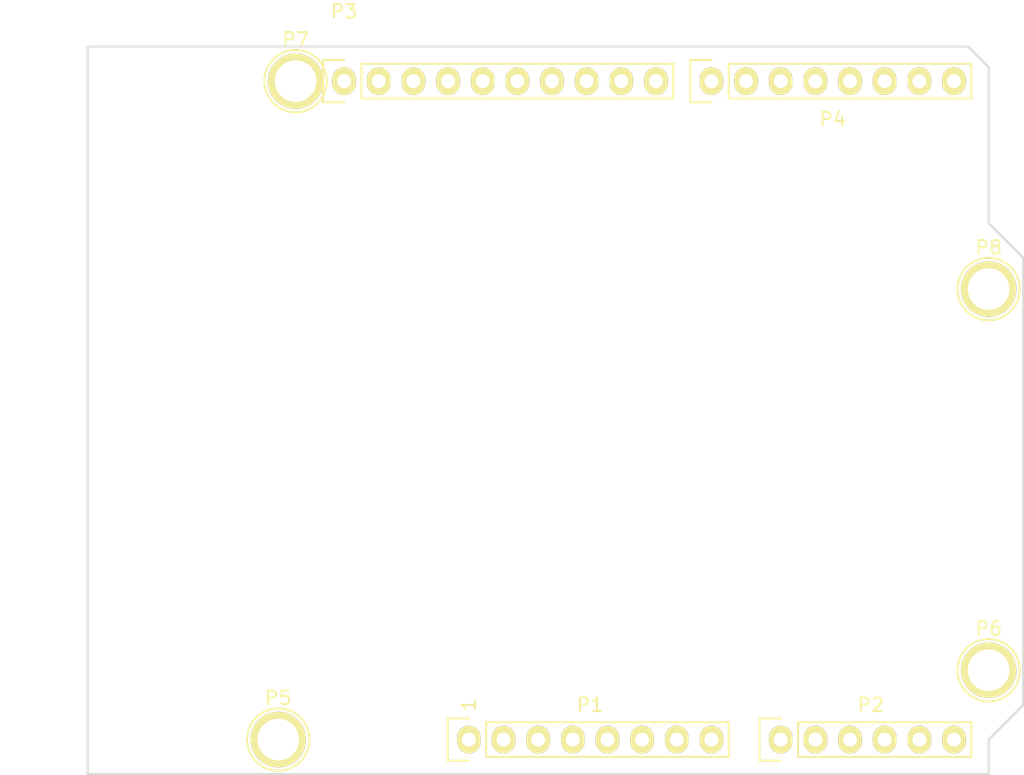
<source format=kicad_pcb>
(kicad_pcb (version 4) (host pcbnew 4.0.1-3.201512221402+6198~38~ubuntu14.04.1-stable)

  (general
    (links 4)
    (no_connects 4)
    (area 104.572999 69.286 180.295572 127.648)
    (thickness 1.6)
    (drawings 27)
    (tracks 0)
    (zones 0)
    (modules 8)
    (nets 33)
  )

  (page A4)
  (title_block
    (company "Released under the CERN Open Hardware License v1.2")
    (comment 1 jeh.wicker@gmail.com)
    (comment 2 "Jenner Hanni")
    (comment 3 "Wickerbox Electronics")
  )

  (layers
    (0 F.Cu signal)
    (31 B.Cu signal)
    (34 B.Paste user)
    (35 F.Paste user)
    (36 B.SilkS user)
    (37 F.SilkS user)
    (38 B.Mask user)
    (39 F.Mask user)
    (44 Edge.Cuts user)
  )

  (setup
    (last_trace_width 0.254)
    (user_trace_width 0.1524)
    (user_trace_width 0.254)
    (user_trace_width 0.3302)
    (user_trace_width 0.508)
    (user_trace_width 0.762)
    (user_trace_width 1.27)
    (trace_clearance 0.254)
    (zone_clearance 0.508)
    (zone_45_only no)
    (trace_min 0.1524)
    (segment_width 0.2)
    (edge_width 0.15)
    (via_size 0.6858)
    (via_drill 0.3302)
    (via_min_size 0.6858)
    (via_min_drill 0.3302)
    (user_via 0.6858 0.3302)
    (user_via 0.762 0.4064)
    (user_via 0.8636 0.508)
    (uvia_size 0.6858)
    (uvia_drill 0.3302)
    (uvias_allowed no)
    (uvia_min_size 0)
    (uvia_min_drill 0)
    (pcb_text_width 0.3)
    (pcb_text_size 1.5 1.5)
    (mod_edge_width 0.15)
    (mod_text_size 1 1)
    (mod_text_width 0.15)
    (pad_size 1.524 1.524)
    (pad_drill 0.762)
    (pad_to_mask_clearance 0.2)
    (aux_axis_origin 0 0)
    (visible_elements FFFCDF7D)
    (pcbplotparams
      (layerselection 0x00030_80000001)
      (usegerberextensions false)
      (excludeedgelayer true)
      (linewidth 0.100000)
      (plotframeref false)
      (viasonmask false)
      (mode 1)
      (useauxorigin false)
      (hpglpennumber 1)
      (hpglpenspeed 20)
      (hpglpendiameter 15)
      (hpglpenoverlay 2)
      (psnegative false)
      (psa4output false)
      (plotreference true)
      (plotvalue true)
      (plotinvisibletext false)
      (padsonsilk false)
      (subtractmaskfromsilk false)
      (outputformat 1)
      (mirror false)
      (drillshape 1)
      (scaleselection 1)
      (outputdirectory ""))
  )

  (net 0 "")
  (net 1 /IOREF)
  (net 2 /Reset)
  (net 3 +5V)
  (net 4 GND)
  (net 5 /Vin)
  (net 6 /A0)
  (net 7 /A1)
  (net 8 /A2)
  (net 9 /A3)
  (net 10 /AREF)
  (net 11 "/A4(SDA)")
  (net 12 "/A5(SCL)")
  (net 13 "/9(**)")
  (net 14 /8)
  (net 15 /7)
  (net 16 "/6(**)")
  (net 17 "/5(**)")
  (net 18 /4)
  (net 19 "/3(**)")
  (net 20 /2)
  (net 21 "/1(Tx)")
  (net 22 "/0(Rx)")
  (net 23 "Net-(P5-Pad1)")
  (net 24 "Net-(P6-Pad1)")
  (net 25 "Net-(P7-Pad1)")
  (net 26 "Net-(P8-Pad1)")
  (net 27 "/13(SCK)")
  (net 28 "/10(**/SS)")
  (net 29 "Net-(P1-Pad1)")
  (net 30 +3V3)
  (net 31 "/12(MISO)")
  (net 32 "/11(**/MOSI)")

  (net_class Default "This is the default net class."
    (clearance 0.254)
    (trace_width 0.254)
    (via_dia 0.6858)
    (via_drill 0.3302)
    (uvia_dia 0.6858)
    (uvia_drill 0.3302)
    (add_net +3V3)
    (add_net +5V)
    (add_net "/0(Rx)")
    (add_net "/1(Tx)")
    (add_net "/10(**/SS)")
    (add_net "/11(**/MOSI)")
    (add_net "/12(MISO)")
    (add_net "/13(SCK)")
    (add_net /2)
    (add_net "/3(**)")
    (add_net /4)
    (add_net "/5(**)")
    (add_net "/6(**)")
    (add_net /7)
    (add_net /8)
    (add_net "/9(**)")
    (add_net /A0)
    (add_net /A1)
    (add_net /A2)
    (add_net /A3)
    (add_net "/A4(SDA)")
    (add_net "/A5(SCL)")
    (add_net /AREF)
    (add_net /IOREF)
    (add_net /Reset)
    (add_net /Vin)
    (add_net GND)
    (add_net "Net-(P1-Pad1)")
    (add_net "Net-(P5-Pad1)")
    (add_net "Net-(P6-Pad1)")
    (add_net "Net-(P7-Pad1)")
    (add_net "Net-(P8-Pad1)")
  )

  (module Socket_Arduino_Uno:Socket_Strip_Arduino_1x10 locked (layer F.Cu) (tedit 551AF8D9) (tstamp 551AFA18)
    (at 129.794 75.565)
    (descr "Through hole socket strip")
    (tags "socket strip")
    (path /56B17C0C)
    (fp_text reference P3 (at 0 -5.1) (layer F.SilkS)
      (effects (font (size 1 1) (thickness 0.15)))
    )
    (fp_text value DIGITAL (at 0 -3.1) (layer F.Fab)
      (effects (font (size 1 1) (thickness 0.15)))
    )
    (fp_line (start -1.75 -1.75) (end -1.75 1.75) (layer F.CrtYd) (width 0.05))
    (fp_line (start 24.65 -1.75) (end 24.65 1.75) (layer F.CrtYd) (width 0.05))
    (fp_line (start -1.75 -1.75) (end 24.65 -1.75) (layer F.CrtYd) (width 0.05))
    (fp_line (start -1.75 1.75) (end 24.65 1.75) (layer F.CrtYd) (width 0.05))
    (fp_line (start 1.27 1.27) (end 24.13 1.27) (layer F.SilkS) (width 0.15))
    (fp_line (start 24.13 1.27) (end 24.13 -1.27) (layer F.SilkS) (width 0.15))
    (fp_line (start 24.13 -1.27) (end 1.27 -1.27) (layer F.SilkS) (width 0.15))
    (fp_line (start -1.55 1.55) (end 0 1.55) (layer F.SilkS) (width 0.15))
    (fp_line (start 1.27 1.27) (end 1.27 -1.27) (layer F.SilkS) (width 0.15))
    (fp_line (start 0 -1.55) (end -1.55 -1.55) (layer F.SilkS) (width 0.15))
    (fp_line (start -1.55 -1.55) (end -1.55 1.55) (layer F.SilkS) (width 0.15))
    (pad 1 thru_hole oval (at 0 0) (size 1.7272 2.032) (drill 1.016) (layers *.Cu *.Mask F.SilkS)
      (net 12 "/A5(SCL)"))
    (pad 2 thru_hole oval (at 2.54 0) (size 1.7272 2.032) (drill 1.016) (layers *.Cu *.Mask F.SilkS)
      (net 11 "/A4(SDA)"))
    (pad 3 thru_hole oval (at 5.08 0) (size 1.7272 2.032) (drill 1.016) (layers *.Cu *.Mask F.SilkS)
      (net 10 /AREF))
    (pad 4 thru_hole oval (at 7.62 0) (size 1.7272 2.032) (drill 1.016) (layers *.Cu *.Mask F.SilkS)
      (net 4 GND))
    (pad 5 thru_hole oval (at 10.16 0) (size 1.7272 2.032) (drill 1.016) (layers *.Cu *.Mask F.SilkS)
      (net 27 "/13(SCK)"))
    (pad 6 thru_hole oval (at 12.7 0) (size 1.7272 2.032) (drill 1.016) (layers *.Cu *.Mask F.SilkS)
      (net 31 "/12(MISO)"))
    (pad 7 thru_hole oval (at 15.24 0) (size 1.7272 2.032) (drill 1.016) (layers *.Cu *.Mask F.SilkS)
      (net 32 "/11(**/MOSI)"))
    (pad 8 thru_hole oval (at 17.78 0) (size 1.7272 2.032) (drill 1.016) (layers *.Cu *.Mask F.SilkS)
      (net 28 "/10(**/SS)"))
    (pad 9 thru_hole oval (at 20.32 0) (size 1.7272 2.032) (drill 1.016) (layers *.Cu *.Mask F.SilkS)
      (net 13 "/9(**)"))
    (pad 10 thru_hole oval (at 22.86 0) (size 1.7272 2.032) (drill 1.016) (layers *.Cu *.Mask F.SilkS)
      (net 14 /8))
    (model ${KIPRJMOD}/Socket_Arduino_Uno.3dshapes/Socket_header_Arduino_1x10.wrl
      (at (xyz 0.45 0 0))
      (scale (xyz 1 1 1))
      (rotate (xyz 0 0 180))
    )
  )

  (module Socket_Arduino_Uno:Socket_Strip_Arduino_1x08 locked (layer F.Cu) (tedit 552168D2) (tstamp 551AF9EA)
    (at 138.938 123.825)
    (descr "Through hole socket strip")
    (tags "socket strip")
    (path /56B17B51)
    (fp_text reference P1 (at 8.89 -2.54) (layer F.SilkS)
      (effects (font (size 1 1) (thickness 0.15)))
    )
    (fp_text value POWER (at 8.89 -4.064) (layer F.Fab)
      (effects (font (size 1 1) (thickness 0.15)))
    )
    (fp_line (start -1.75 -1.75) (end -1.75 1.75) (layer F.CrtYd) (width 0.05))
    (fp_line (start 19.55 -1.75) (end 19.55 1.75) (layer F.CrtYd) (width 0.05))
    (fp_line (start -1.75 -1.75) (end 19.55 -1.75) (layer F.CrtYd) (width 0.05))
    (fp_line (start -1.75 1.75) (end 19.55 1.75) (layer F.CrtYd) (width 0.05))
    (fp_line (start 1.27 1.27) (end 19.05 1.27) (layer F.SilkS) (width 0.15))
    (fp_line (start 19.05 1.27) (end 19.05 -1.27) (layer F.SilkS) (width 0.15))
    (fp_line (start 19.05 -1.27) (end 1.27 -1.27) (layer F.SilkS) (width 0.15))
    (fp_line (start -1.55 1.55) (end 0 1.55) (layer F.SilkS) (width 0.15))
    (fp_line (start 1.27 1.27) (end 1.27 -1.27) (layer F.SilkS) (width 0.15))
    (fp_line (start 0 -1.55) (end -1.55 -1.55) (layer F.SilkS) (width 0.15))
    (fp_line (start -1.55 -1.55) (end -1.55 1.55) (layer F.SilkS) (width 0.15))
    (pad 1 thru_hole oval (at 0 0) (size 1.7272 2.032) (drill 1.016) (layers *.Cu *.Mask F.SilkS)
      (net 29 "Net-(P1-Pad1)"))
    (pad 2 thru_hole oval (at 2.54 0) (size 1.7272 2.032) (drill 1.016) (layers *.Cu *.Mask F.SilkS)
      (net 1 /IOREF))
    (pad 3 thru_hole oval (at 5.08 0) (size 1.7272 2.032) (drill 1.016) (layers *.Cu *.Mask F.SilkS)
      (net 2 /Reset))
    (pad 4 thru_hole oval (at 7.62 0) (size 1.7272 2.032) (drill 1.016) (layers *.Cu *.Mask F.SilkS)
      (net 30 +3V3))
    (pad 5 thru_hole oval (at 10.16 0) (size 1.7272 2.032) (drill 1.016) (layers *.Cu *.Mask F.SilkS)
      (net 3 +5V))
    (pad 6 thru_hole oval (at 12.7 0) (size 1.7272 2.032) (drill 1.016) (layers *.Cu *.Mask F.SilkS)
      (net 4 GND))
    (pad 7 thru_hole oval (at 15.24 0) (size 1.7272 2.032) (drill 1.016) (layers *.Cu *.Mask F.SilkS)
      (net 4 GND))
    (pad 8 thru_hole oval (at 17.78 0) (size 1.7272 2.032) (drill 1.016) (layers *.Cu *.Mask F.SilkS)
      (net 5 /Vin))
    (model ${KIPRJMOD}/Socket_Arduino_Uno.3dshapes/Socket_header_Arduino_1x08.wrl
      (at (xyz 0.35 0 0))
      (scale (xyz 1 1 1))
      (rotate (xyz 0 0 180))
    )
  )

  (module Socket_Arduino_Uno:Socket_Strip_Arduino_1x06 locked (layer F.Cu) (tedit 552168D6) (tstamp 551AF9FF)
    (at 161.798 123.825)
    (descr "Through hole socket strip")
    (tags "socket strip")
    (path /56B180EE)
    (fp_text reference P2 (at 6.604 -2.54) (layer F.SilkS)
      (effects (font (size 1 1) (thickness 0.15)))
    )
    (fp_text value ANALOG (at 6.604 -4.064) (layer F.Fab)
      (effects (font (size 1 1) (thickness 0.15)))
    )
    (fp_line (start -1.75 -1.75) (end -1.75 1.75) (layer F.CrtYd) (width 0.05))
    (fp_line (start 14.45 -1.75) (end 14.45 1.75) (layer F.CrtYd) (width 0.05))
    (fp_line (start -1.75 -1.75) (end 14.45 -1.75) (layer F.CrtYd) (width 0.05))
    (fp_line (start -1.75 1.75) (end 14.45 1.75) (layer F.CrtYd) (width 0.05))
    (fp_line (start 1.27 1.27) (end 13.97 1.27) (layer F.SilkS) (width 0.15))
    (fp_line (start 13.97 1.27) (end 13.97 -1.27) (layer F.SilkS) (width 0.15))
    (fp_line (start 13.97 -1.27) (end 1.27 -1.27) (layer F.SilkS) (width 0.15))
    (fp_line (start -1.55 1.55) (end 0 1.55) (layer F.SilkS) (width 0.15))
    (fp_line (start 1.27 1.27) (end 1.27 -1.27) (layer F.SilkS) (width 0.15))
    (fp_line (start 0 -1.55) (end -1.55 -1.55) (layer F.SilkS) (width 0.15))
    (fp_line (start -1.55 -1.55) (end -1.55 1.55) (layer F.SilkS) (width 0.15))
    (pad 1 thru_hole oval (at 0 0) (size 1.7272 2.032) (drill 1.016) (layers *.Cu *.Mask F.SilkS)
      (net 6 /A0))
    (pad 2 thru_hole oval (at 2.54 0) (size 1.7272 2.032) (drill 1.016) (layers *.Cu *.Mask F.SilkS)
      (net 7 /A1))
    (pad 3 thru_hole oval (at 5.08 0) (size 1.7272 2.032) (drill 1.016) (layers *.Cu *.Mask F.SilkS)
      (net 8 /A2))
    (pad 4 thru_hole oval (at 7.62 0) (size 1.7272 2.032) (drill 1.016) (layers *.Cu *.Mask F.SilkS)
      (net 9 /A3))
    (pad 5 thru_hole oval (at 10.16 0) (size 1.7272 2.032) (drill 1.016) (layers *.Cu *.Mask F.SilkS)
      (net 11 "/A4(SDA)"))
    (pad 6 thru_hole oval (at 12.7 0) (size 1.7272 2.032) (drill 1.016) (layers *.Cu *.Mask F.SilkS)
      (net 12 "/A5(SCL)"))
    (model ${KIPRJMOD}/Socket_Arduino_Uno.3dshapes/Socket_header_Arduino_1x06.wrl
      (at (xyz 0.25 0 0))
      (scale (xyz 1 1 1))
      (rotate (xyz 0 0 180))
    )
  )

  (module Socket_Arduino_Uno:Socket_Strip_Arduino_1x08 locked (layer F.Cu) (tedit 552168C7) (tstamp 551AFA2F)
    (at 156.718 75.565)
    (descr "Through hole socket strip")
    (tags "socket strip")
    (path /56B18233)
    (fp_text reference P4 (at 8.89 2.794) (layer F.SilkS)
      (effects (font (size 1 1) (thickness 0.15)))
    )
    (fp_text value DIGITAL (at 8.89 4.318) (layer F.Fab)
      (effects (font (size 1 1) (thickness 0.15)))
    )
    (fp_line (start -1.75 -1.75) (end -1.75 1.75) (layer F.CrtYd) (width 0.05))
    (fp_line (start 19.55 -1.75) (end 19.55 1.75) (layer F.CrtYd) (width 0.05))
    (fp_line (start -1.75 -1.75) (end 19.55 -1.75) (layer F.CrtYd) (width 0.05))
    (fp_line (start -1.75 1.75) (end 19.55 1.75) (layer F.CrtYd) (width 0.05))
    (fp_line (start 1.27 1.27) (end 19.05 1.27) (layer F.SilkS) (width 0.15))
    (fp_line (start 19.05 1.27) (end 19.05 -1.27) (layer F.SilkS) (width 0.15))
    (fp_line (start 19.05 -1.27) (end 1.27 -1.27) (layer F.SilkS) (width 0.15))
    (fp_line (start -1.55 1.55) (end 0 1.55) (layer F.SilkS) (width 0.15))
    (fp_line (start 1.27 1.27) (end 1.27 -1.27) (layer F.SilkS) (width 0.15))
    (fp_line (start 0 -1.55) (end -1.55 -1.55) (layer F.SilkS) (width 0.15))
    (fp_line (start -1.55 -1.55) (end -1.55 1.55) (layer F.SilkS) (width 0.15))
    (pad 1 thru_hole oval (at 0 0) (size 1.7272 2.032) (drill 1.016) (layers *.Cu *.Mask F.SilkS)
      (net 15 /7))
    (pad 2 thru_hole oval (at 2.54 0) (size 1.7272 2.032) (drill 1.016) (layers *.Cu *.Mask F.SilkS)
      (net 16 "/6(**)"))
    (pad 3 thru_hole oval (at 5.08 0) (size 1.7272 2.032) (drill 1.016) (layers *.Cu *.Mask F.SilkS)
      (net 17 "/5(**)"))
    (pad 4 thru_hole oval (at 7.62 0) (size 1.7272 2.032) (drill 1.016) (layers *.Cu *.Mask F.SilkS)
      (net 18 /4))
    (pad 5 thru_hole oval (at 10.16 0) (size 1.7272 2.032) (drill 1.016) (layers *.Cu *.Mask F.SilkS)
      (net 19 "/3(**)"))
    (pad 6 thru_hole oval (at 12.7 0) (size 1.7272 2.032) (drill 1.016) (layers *.Cu *.Mask F.SilkS)
      (net 20 /2))
    (pad 7 thru_hole oval (at 15.24 0) (size 1.7272 2.032) (drill 1.016) (layers *.Cu *.Mask F.SilkS)
      (net 21 "/1(Tx)"))
    (pad 8 thru_hole oval (at 17.78 0) (size 1.7272 2.032) (drill 1.016) (layers *.Cu *.Mask F.SilkS)
      (net 22 "/0(Rx)"))
    (model ${KIPRJMOD}/Socket_Arduino_Uno.3dshapes/Socket_header_Arduino_1x08.wrl
      (at (xyz 0.35 0 0))
      (scale (xyz 1 1 1))
      (rotate (xyz 0 0 180))
    )
  )

  (module Socket_Arduino_Uno:Arduino_1pin locked (layer F.Cu) (tedit 0) (tstamp 5524FC49)
    (at 126.238 75.565)
    (descr "module 1 pin (ou trou mecanique de percage)")
    (tags DEV)
    (path /551BBD30)
    (fp_text reference P7 (at 0 -3.048) (layer F.SilkS)
      (effects (font (size 1 1) (thickness 0.15)))
    )
    (fp_text value CONN_1 (at 0 2.794) (layer F.Fab)
      (effects (font (size 1 1) (thickness 0.15)))
    )
    (fp_circle (center 0 0) (end 0 -2.286) (layer F.SilkS) (width 0.15))
    (pad 1 thru_hole circle (at 0 0) (size 4.064 4.064) (drill 3.048) (layers *.Cu *.Mask F.SilkS)
      (net 25 "Net-(P7-Pad1)"))
  )

  (module Socket_Arduino_Uno:Arduino_1pin locked (layer F.Cu) (tedit 0) (tstamp 5524FC44)
    (at 177.038 118.745)
    (descr "module 1 pin (ou trou mecanique de percage)")
    (tags DEV)
    (path /551BBD10)
    (fp_text reference P6 (at 0 -3.048) (layer F.SilkS)
      (effects (font (size 1 1) (thickness 0.15)))
    )
    (fp_text value CONN_1 (at 0 2.794) (layer F.Fab)
      (effects (font (size 1 1) (thickness 0.15)))
    )
    (fp_circle (center 0 0) (end 0 -2.286) (layer F.SilkS) (width 0.15))
    (pad 1 thru_hole circle (at 0 0) (size 4.064 4.064) (drill 3.048) (layers *.Cu *.Mask F.SilkS)
      (net 24 "Net-(P6-Pad1)"))
  )

  (module Socket_Arduino_Uno:Arduino_1pin locked (layer F.Cu) (tedit 0) (tstamp 5524FC3F)
    (at 124.968 123.825)
    (descr "module 1 pin (ou trou mecanique de percage)")
    (tags DEV)
    (path /551BBC06)
    (fp_text reference P5 (at 0 -3.048) (layer F.SilkS)
      (effects (font (size 1 1) (thickness 0.15)))
    )
    (fp_text value CONN_1 (at 0 2.794) (layer F.Fab)
      (effects (font (size 1 1) (thickness 0.15)))
    )
    (fp_circle (center 0 0) (end 0 -2.286) (layer F.SilkS) (width 0.15))
    (pad 1 thru_hole circle (at 0 0) (size 4.064 4.064) (drill 3.048) (layers *.Cu *.Mask F.SilkS)
      (net 23 "Net-(P5-Pad1)"))
  )

  (module Socket_Arduino_Uno:Arduino_1pin locked (layer F.Cu) (tedit 0) (tstamp 5524FC4E)
    (at 177.038 90.805)
    (descr "module 1 pin (ou trou mecanique de percage)")
    (tags DEV)
    (path /551BBD52)
    (fp_text reference P8 (at 0 -3.048) (layer F.SilkS)
      (effects (font (size 1 1) (thickness 0.15)))
    )
    (fp_text value CONN_1 (at 0 2.794) (layer F.Fab)
      (effects (font (size 1 1) (thickness 0.15)))
    )
    (fp_circle (center 0 0) (end 0 -2.286) (layer F.SilkS) (width 0.15))
    (pad 1 thru_hole circle (at 0 0) (size 4.064 4.064) (drill 3.048) (layers *.Cu *.Mask F.SilkS)
      (net 26 "Net-(P8-Pad1)"))
  )

  (gr_text 1 (at 138.938 121.285 90) (layer F.SilkS)
    (effects (font (size 1 1) (thickness 0.15)))
  )
  (gr_circle (center 117.348 76.962) (end 118.618 76.962) (layer Dwgs.User) (width 0.15))
  (gr_line (start 114.427 78.994) (end 114.427 74.93) (angle 90) (layer Dwgs.User) (width 0.15))
  (gr_line (start 120.269 78.994) (end 114.427 78.994) (angle 90) (layer Dwgs.User) (width 0.15))
  (gr_line (start 120.269 74.93) (end 120.269 78.994) (angle 90) (layer Dwgs.User) (width 0.15))
  (gr_line (start 114.427 74.93) (end 120.269 74.93) (angle 90) (layer Dwgs.User) (width 0.15))
  (gr_line (start 120.523 93.98) (end 104.648 93.98) (angle 90) (layer Dwgs.User) (width 0.15))
  (gr_line (start 177.038 74.549) (end 175.514 73.025) (angle 90) (layer Edge.Cuts) (width 0.15))
  (gr_line (start 177.038 85.979) (end 177.038 74.549) (angle 90) (layer Edge.Cuts) (width 0.15))
  (gr_line (start 179.578 88.519) (end 177.038 85.979) (angle 90) (layer Edge.Cuts) (width 0.15))
  (gr_line (start 179.578 121.285) (end 179.578 88.519) (angle 90) (layer Edge.Cuts) (width 0.15))
  (gr_line (start 177.038 123.825) (end 179.578 121.285) (angle 90) (layer Edge.Cuts) (width 0.15))
  (gr_line (start 177.038 126.365) (end 177.038 123.825) (angle 90) (layer Edge.Cuts) (width 0.15))
  (gr_line (start 110.998 126.365) (end 177.038 126.365) (angle 90) (layer Edge.Cuts) (width 0.15))
  (gr_line (start 110.998 73.025) (end 110.998 126.365) (angle 90) (layer Edge.Cuts) (width 0.15))
  (gr_line (start 175.514 73.025) (end 110.998 73.025) (angle 90) (layer Edge.Cuts) (width 0.15))
  (gr_line (start 173.355 102.235) (end 173.355 94.615) (angle 90) (layer Dwgs.User) (width 0.15))
  (gr_line (start 178.435 102.235) (end 173.355 102.235) (angle 90) (layer Dwgs.User) (width 0.15))
  (gr_line (start 178.435 94.615) (end 178.435 102.235) (angle 90) (layer Dwgs.User) (width 0.15))
  (gr_line (start 173.355 94.615) (end 178.435 94.615) (angle 90) (layer Dwgs.User) (width 0.15))
  (gr_line (start 109.093 123.19) (end 109.093 114.3) (angle 90) (layer Dwgs.User) (width 0.15))
  (gr_line (start 122.428 123.19) (end 109.093 123.19) (angle 90) (layer Dwgs.User) (width 0.15))
  (gr_line (start 122.428 114.3) (end 122.428 123.19) (angle 90) (layer Dwgs.User) (width 0.15))
  (gr_line (start 109.093 114.3) (end 122.428 114.3) (angle 90) (layer Dwgs.User) (width 0.15))
  (gr_line (start 104.648 93.98) (end 104.648 82.55) (angle 90) (layer Dwgs.User) (width 0.15))
  (gr_line (start 120.523 82.55) (end 120.523 93.98) (angle 90) (layer Dwgs.User) (width 0.15))
  (gr_line (start 104.648 82.55) (end 120.523 82.55) (angle 90) (layer Dwgs.User) (width 0.15))

)

</source>
